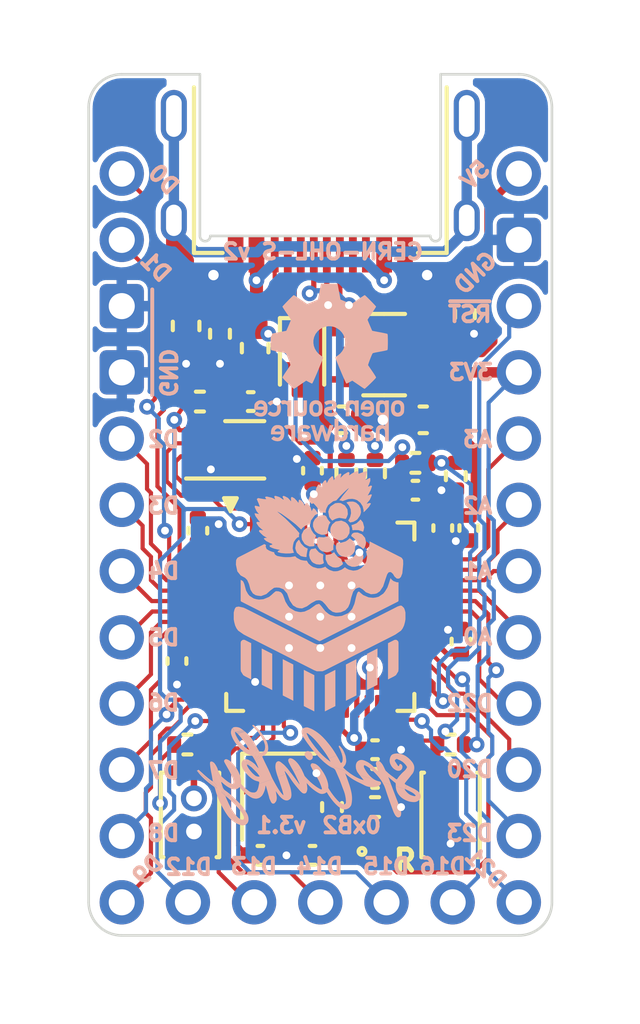
<source format=kicad_pcb>
(kicad_pcb (version 20221018) (generator pcbnew)
  (title_block (title "0xB2 - Splinky") (rev "2") (company "plut0nium"))
  (layers (0 "F.Cu" signal) (31 "B.Cu" signal) (34 "B.Paste" user) (35 "F.Paste" user) (36 "B.SilkS" user "B.Silkscreen") (37 "F.SilkS" user "F.Silkscreen") (38 "B.Mask" user) (39 "F.Mask" user) (44 "Edge.Cuts" user))
  (net 0 "")
  (net 1 "+5V")
  (net 2 "GND")
  (net 3 "+3V3")
  (net 4 "Net-(C3-Pad1)")
  (net 5 "Net-(C4-Pad1)")
  (net 6 "+1V1")
  (net 7 "Net-(D1-Pad1)")
  (net 8 "/LED")
  (net 9 "Net-(D2-Pad2)")
  (net 10 "VBUS")
  (net 11 "Net-(FB1-Pad2)")
  (net 13 "Net-(J1-PadA5)")
  (net 14 "/D-")
  (net 15 "/D+")
  (net 17 "Net-(J1-PadB5)")
  (net 18 "/D0")
  (net 19 "/D1")
  (net 20 "/D2")
  (net 21 "/D3")
  (net 22 "/D4")
  (net 23 "/D5")
  (net 24 "/D6")
  (net 25 "/D7")
  (net 26 "/D8")
  (net 27 "/D9")
  (net 28 "/D15")
  (net 29 "/D16")
  (net 30 "/D12")
  (net 31 "/D13")
  (net 32 "/D14")
  (net 33 "/MOSI")
  (net 34 "/MISO")
  (net 35 "/SCLK")
  (net 36 "/A0")
  (net 37 "/A1")
  (net 38 "/A2")
  (net 39 "/A3")
  (net 40 "/~{RESET}")
  (net 41 "/QSPI_~{CS}")
  (net 42 "Net-(R6-Pad2)")
  (net 43 "Net-(R7-Pad2)")
  (net 44 "Net-(R8-Pad2)")
  (net 47 "Net-(J5-Pad2)")
  (net 49 "/VBUS_DET")
  (net 50 "/QSPI_D3")
  (net 51 "/QSPI_SCLK")
  (net 52 "/QSPI_D0")
  (net 53 "/QSPI_D2")
  (net 54 "/QSPI_D1")
  (net 57 "/D21")
  (footprint "Capacitor_SMD:C_0402_1005Metric" (layer "F.Cu") (at 154.5 103.2)
    (fp_text reference "C14" hide)
    (fp_text value "100n")
  )
  (footprint "Capacitor_SMD:C_0402_1005Metric" (layer "F.Cu") (at 146.9 98.7 -90)
    (fp_text reference "C9" hide)
    (fp_text value "100n")
  )
  (footprint "Resistor_SMD:R_0402_1005Metric" (layer "F.Cu") (at 156.05 91.1 180)
    (fp_text reference "R10" hide)
    (fp_text value "5.1k")
  )
  (footprint "Capacitor_SMD:C_0402_1005Metric" (layer "F.Cu") (at 158.1 93.6 -90)
    (fp_text reference "C5" hide)
    (fp_text value "1µ")
  )
  (footprint "Diode_SMD:D_SOD-323" (layer "F.Cu") (at 151.7 87.05 -90)
    (fp_text reference "D2" hide)
    (fp_text value "B5817")
  )
  (footprint "Resistor_SMD:R_0402_1005Metric" (layer "F.Cu") (at 152.85 104.3 90)
    (fp_text reference "R8" hide)
    (fp_text value "1k")
  )
  (footprint "Package_TO_SOT_SMD:SOT-23-5" (layer "F.Cu") (at 154.85 86.95)
    (fp_text reference "U3" hide)
    (fp_text value "XC6210B332MR-G")
  )
  (footprint "Capacitor_SMD:C_0402_1005Metric" (layer "F.Cu") (at 147.7 93.7 90)
    (fp_text reference "C12" hide)
    (fp_text value "100n")
  )
  (footprint "Resistor_SMD:R_0402_1005Metric" (layer "F.Cu") (at 153.4 91.5 -90)
    (fp_text reference "R6" hide)
    (fp_text value "27")
  )
  (footprint "Fuse:Fuse_0603_1608Metric" (layer "F.Cu") (at 149.9 86.7 -90)
    (fp_text reference "F1" hide)
    (fp_text value "Polyfuse")
  )
  (footprint "0xLib_Connectors:PinHeader_1x05_P2.54mm" (layer "F.Cu") (at 147.32 107.95 90)
    (fp_text reference "J3" hide)
    (fp_text value "Conn_01x05")
  )
  (footprint "Capacitor_SMD:C_0402_1005Metric" (layer "F.Cu") (at 157.8 97.95 90)
    (fp_text reference "C13" hide)
    (fp_text value "100n")
  )
  (footprint "Resistor_SMD:R_0402_1005Metric" (layer "F.Cu") (at 148.55 86.15 -90)
    (fp_text reference "R5" hide)
    (fp_text value "5.1k")
  )
  (footprint "Button_Switch_SMD:SW_SPST_CK_KXT3" (layer "F.Cu") (at 147.4 104.6 90)
    (fp_text reference "SW2" hide)
    (fp_text value "SW_Push")
  )
  (footprint "Capacitor_SMD:C_0402_1005Metric" (layer "F.Cu") (at 154.5 102.1)
    (fp_text reference "C8" hide)
    (fp_text value "100n")
  )
  (footprint "0xLib_Connectors:PinHeader_1x12_P2.54mm" (layer "F.Cu") (at 144.78 80.01)
    (fp_text reference "J2" hide)
    (fp_text value "Conn_01x12")
  )
  (footprint "0xLib_Package_DFN_QFN:USON-8-1EP_3x2mm_P0.5mm_EP0.25x1.65mm" (layer "F.Cu") (at 148.75 90.6)
    (fp_text reference "U2" hide)
    (fp_text value "GD25Q80CEIGR")
  )
  (footprint "Resistor_SMD:R_0402_1005Metric" (layer "F.Cu") (at 157.95 85.4 -90)
    (fp_text reference "R4" hide)
    (fp_text value "5.1k")
  )
  (footprint "0xLib_Connectors:PinHeader_1x12_P2.54mm" (layer "F.Cu") (at 160.02 107.95 180)
    (fp_text reference "J4" hide)
    (fp_text value "Conn_01x12")
  )
  (footprint "0xLib_USB_Type-C:USB_C_Receptacle_HRO_TYPE-C-31-M-13B" (layer "F.Cu") (at 152.4 75.7 180)
    (fp_text reference "J1" hide)
    (fp_text value "USB_C_Receptacle_USB2.0")
  )
  (footprint "Resistor_SMD:R_0402_1005Metric" (layer "F.Cu") (at 157.4 101.9)
    (fp_text reference "R2" hide)
    (fp_text value "10k")
  )
  (footprint "Connector_PinHeader_1.27mm:PinHeader_1x02_P1.27mm_Vertical" (layer "F.Cu") (at 147.55 105.235 180)
    (fp_text reference "J5" hide)
    (fp_text value "Conn_01x02" hide)
  )
  (footprint "Capacitor_SMD:C_0402_1005Metric" (layer "F.Cu") (at 157.1 93.6 -90)
    (fp_text reference "C11" hide)
    (fp_text value "100n")
  )
  (footprint "Resistor_SMD:R_0402_1005Metric" (layer "F.Cu") (at 157.6 91.61 90)
    (fp_text reference "R11" hide)
    (fp_text value "10k")
  )
  (footprint "Crystal:Crystal_SMD_2520-4Pin_2.5x2.0mm" (layer "F.Cu") (at 150.8 103.9 -90)
    (fp_text reference "Y1" hide)
    (fp_text value "Crystal_GND24")
  )
  (footprint "Capacitor_SMD:C_0402_1005Metric" (layer "F.Cu") (at 149.73 88.75)
    (fp_text reference "C10" hide)
    (fp_text value "100n")
  )
  (footprint "Capacitor_SMD:C_0402_1005Metric" (layer "F.Cu") (at 152.1 106.15 180)
    (fp_text reference "C4" hide)
    (fp_text value "15p")
  )
  (footprint "Resistor_SMD:R_0402_1005Metric" (layer "F.Cu") (at 154.5 91.5 -90)
    (fp_text reference "R7" hide)
    (fp_text value "27")
  )
  (footprint "Inductor_SMD:L_0603_1608Metric" (layer "F.Cu") (at 147.25 85.85 90)
    (fp_text reference "FB1" hide)
    (fp_text value "FerriteBead_Small")
  )
  (footprint "Resistor_SMD:R_0402_1005Metric" (layer "F.Cu") (at 154.5 104.3 180)
    (fp_text reference "R1" hide)
    (fp_text value "1k")
  )
  (footprint "LED_SMD:LED_0402_1005Metric" (layer "F.Cu") (at 154.5 105.4)
    (fp_text reference "D1" hide)
    (fp_text value "LED")
  )
  (footprint "Capacitor_SMD:C_0402_1005Metric" (layer "F.Cu") (at 156.05 92.15)
    (fp_text reference "C6" hide)
    (fp_text value "1µ")
  )
  (footprint "Capacitor_SMD:C_0603_1608Metric" (layer "F.Cu") (at 156.35 89.45 180)
    (fp_text reference "C2" hide)
    (fp_text value "1µ")
  )
  (footprint "Button_Switch_SMD:SW_SPST_CK_KXT3" (layer "F.Cu") (at 157.4 104.6 90)
    (fp_text reference "SW1" hide)
    (fp_text value "SW_Push")
  )
  (footprint "Capacitor_SMD:C_0402_1005Metric" (layer "F.Cu") (at 152.1 91.4 90)
    (fp_text reference "C7" hide)
    (fp_text value "100n")
  )
  (footprint "Resistor_SMD:R_0402_1005Metric" (layer "F.Cu") (at 147.3 101.9 180)
    (fp_text reference "R3" hide)
    (fp_text value "1k")
  )
  (footprint "Resistor_SMD:R_0402_1005Metric" (layer "F.Cu") (at 147.78 88.75)
    (fp_text reference "R9" hide)
    (fp_text value "10k")
  )
  (footprint "Capacitor_SMD:C_0603_1608Metric" (layer "F.Cu") (at 153.25 89.45)
    (fp_text reference "C1" hide)
    (fp_text value "1µ")
  )
  (footprint "Capacitor_SMD:C_0402_1005Metric" (layer "F.Cu") (at 150.1 106.15)
    (fp_text reference "C3" hide)
    (fp_text value "15p")
  )
  (footprint "0xLib_Package_DFN_QFN:QFN-56-1EP_7x7mm_P0.4mm_EP3.2x3.2mm" (layer "F.Cu") (at 152.4 97)
    (fp_text reference "U1" hide)
    (fp_text value "RP2040")
  )
  (footprint "0xB2_drawings:splinky" (layer "B.Cu") (at 156.35 101.15 180)
    (fp_text reference "splinky" hide)
    (fp_text value "G*****" hide)
  )
  (footprint "Symbol:OSHW-Logo_5.7x6mm_SilkScreen" (layer "B.Cu") (at 152.75 87.25 180)
    (fp_text reference "REF**" hide)
    (fp_text value "OSHW-Logo_5.7x6mm_SilkScreen" hide)
  )
  (footprint "0xB2_drawings:rb_cake" (layer "B.Cu") (at 155.872855 91.218505 180)
    (fp_text reference "rb_cake" hide)
    (fp_text value "G*****" hide)
  )
  (gr_line (start 145.95 84.45) (end 145.95 88.5) (stroke (width 0.15)) (layer "B.SilkS"))
  (gr_poly (pts (xy 148.95 92.95) (xy 148.7 92.45) (xy 149.2 92.45)) (stroke (width 0.15)) (fill solid) (layer "F.SilkS"))
  (gr_line (start 143.51 107.95) (end 143.51 77.47) (stroke (width 0.1)) (layer "Edge.Cuts"))
  (gr_line (start 157.02 82.4) (end 157.02 76.2) (stroke (width 0.1)) (layer "Edge.Cuts"))
  (gr_arc (start 161.29 107.95) (mid 160.918026 108.848026) (end 160.02 109.22) (stroke (width 0.1)) (layer "Edge.Cuts"))
  (gr_line (start 147.78 76.2) (end 147.78 82.4) (stroke (width 0.1)) (layer "Edge.Cuts"))
  (gr_arc (start 144.78 109.22) (mid 143.881974 108.848026) (end 143.51 107.95) (stroke (width 0.1)) (layer "Edge.Cuts"))
  (gr_line (start 156.62 82.4) (end 148.18 82.4) (stroke (width 0.1)) (layer "Edge.Cuts"))
  (gr_arc (start 148.18 82.4) (mid 147.98 82.6) (end 147.78 82.4) (stroke (width 0.1)) (layer "Edge.Cuts"))
  (gr_line (start 161.29 77.47) (end 161.29 107.95) (stroke (width 0.1)) (layer "Edge.Cuts"))
  (gr_line (start 160.02 109.22) (end 144.78 109.22) (stroke (width 0.1)) (layer "Edge.Cuts"))
  (gr_line (start 144.78 76.2) (end 147.78 76.2) (stroke (width 0.1)) (layer "Edge.Cuts"))
  (gr_line (start 157.02 76.2) (end 160.02 76.2) (stroke (width 0.1)) (layer "Edge.Cuts"))
  (gr_arc (start 160.02 76.2) (mid 160.918026 76.571974) (end 161.29 77.47) (stroke (width 0.1)) (layer "Edge.Cuts"))
  (gr_arc (start 143.51 77.47) (mid 143.881974 76.571974) (end 144.78 76.2) (stroke (width 0.1)) (layer "Edge.Cuts"))
  (gr_arc (start 157.02 82.4) (mid 156.82 82.6) (end 156.62 82.4) (stroke (width 0.1)) (layer "Edge.Cuts"))
  (gr_text "v3.1" (at 150.9 105) (layer "B.SilkS") (effects (font (size 0.6 0.6)) (justify mirror)))
  (gr_text "0xB2" (at 153.6 105) (layer "B.SilkS") (effects (font (size 0.6 0.6)) (justify mirror)))
  (gr_text "CERN-OHL-S v2" (at 152.5 83) (layer "B.SilkS") (effects (font (size 0.6 0.6)) (justify mirror)))
  (segment (start 158.75 83.6) (end 158.77452 83.57548) (width 0.3) (layer "F.Cu") (net 1))
  (segment (start 158.75 85.587076) (end 158.999511 85.9) (width 0.4) (layer "F.Cu") (net 1))
  (segment (start 151.9 86) (end 151.7 85.8) (width 0.5) (layer "F.Cu") (net 1))
  (segment (start 158.589748 86.849511) (end 157.699511 86.849511) (width 0.4) (layer "F.Cu") (net 1))
  (segment (start 158.81952 81.21048) (end 160.02 80.01) (width 0.3) (layer "F.Cu") (net 1))
  (segment (start 152.5 86) (end 151.9 86) (width 0.5) (layer "F.Cu") (net 1))
  (segment (start 153.7125 87.9) (end 152.55 87.9) (width 0.25) (layer "F.Cu") (net 1))
  (segment (start 158.75 83.6) (end 158.75 85.587076) (width 0.4) (layer "F.Cu") (net 1))
  (segment (start 155.25 85.25) (end 154.5 86) (width 0.4) (layer "F.Cu") (net 1))
  (segment (start 158.999511 85.9) (end 158.999511 86.439748) (width 0.4) (layer "F.Cu") (net 1))
  (segment (start 157.1 85.6) (end 156.75 85.25) (width 0.4) (layer "F.Cu") (net 1))
  (segment (start 154.5 86) (end 153.7125 86) (width 0.4) (layer "F.Cu") (net 1))
  (segment (start 157.1 86.25) (end 157.1 85.6) (width 0.4) (layer "F.Cu") (net 1))
  (segment (start 158.77452 83.57548) (end 158.81952 83.53048) (width 0.2) (layer "F.Cu") (net 1))
  (segment (start 152.55 86) (end 152.55 87.9) (width 0.5) (layer "F.Cu") (net 1))
  (segment (start 153.7125 86) (end 152.5 86) (width 0.5) (layer "F.Cu") (net 1))
  (segment (start 156.75 85.25) (end 155.25 85.25) (width 0.4) (layer "F.Cu") (net 1))
  (segment (start 152.55 89.025) (end 152.475 89.45) (width 0.5) (layer "F.Cu") (net 1))
  (segment (start 157.699511 86.849511) (end 157.1 86.25) (width 0.4) (layer "F.Cu") (net 1))
  (segment (start 158.81952 83.53048) (end 158.81952 81.21048) (width 0.25) (layer "F.Cu") (net 1))
  (segment (start 152.55 87.9) (end 152.55 89.025) (width 0.5) (layer "F.Cu") (net 1))
  (segment (start 158.999511 86.439748) (end 158.589748 86.849511) (width 0.4) (layer "F.Cu") (net 1))
  (segment (start 154.9 89.3) (end 154.9 87.2) (width 0.4) (layer "F.Cu") (net 2))
  (segment (start 155.5 102.1) (end 154.98 102.1) (width 0.4) (layer "F.Cu") (net 2))
  (segment (start 147.2725 86.66) (end 147.25 86.6375) (width 0.4) (layer "F.Cu") (net 2))
  (segment (start 147.25 86.6375) (end 147.25 87.3) (width 0.4) (layer "F.Cu") (net 2))
  (segment (start 151.5 90.95) (end 152.07 91) (width 0.25) (layer "F.Cu") (net 2))
  (segment (start 147.72 93.22) (end 147.7 93.22) (width 0.25) (layer "F.Cu") (net 2))
  (segment (start 148.8 83.9) (end 149.15 83.55) (width 0.4) (layer "F.Cu") (net 2))
  (segment (start 150.58 106.15) (end 150.58 106.105) (width 0.25) (layer "F.Cu") (net 2))
  (segment (start 152.07 91) (end 152.1 90.97) (width 0.25) (layer "F.Cu") (net 2))
  (segment (start 154.65 86.95) (end 153.7125 86.95) (width 0.4) (layer "F.Cu") (net 2))
  (segment (start 150.25 104.925) (end 150.1 104.775) (width 0.25) (layer "F.Cu") (net 2))
  (segment (start 152.25 103) (end 151.525 103) (width 0.4) (layer "F.Cu") (net 2))
  (segment (start 148.5 93.45) (end 148 93.45) (width 0.25) (layer "F.Cu") (net 2))
  (segment (start 151.194775 99.70048) (end 151.4 99.905705) (width 0.2) (layer "F.Cu") (net 2))
  (segment (start 157.08 92.12) (end 157.05 92.15) (width 0.16) (layer "F.Cu") (net 2))
  (segment (start 151.525 103) (end 151.5 103.025) (width 0.4) (layer "F.Cu") (net 2))
  (segment (start 148.55 86.66) (end 148.55 87.3) (width 0.4) (layer "F.Cu") (net 2))
  (segment (start 155.5 104.3) (end 155.01 104.3) (width 0.25) (layer "F.Cu") (net 2))
  (segment (start 154.9 87.2) (end 154.65 86.95) (width 0.4) (layer "F.Cu") (net 2))
  (segment (start 147.55 106.075) (end 147.4 106.225) (width 0.4) (layer "F.Cu") (net 2))
  (segment (start 157.6 92.12) (end 157.08 92.12) (width 0.16) (layer "F.Cu") (net 2))
  (segment (start 156.5 83.9) (end 156 83.9) (width 0.4) (layer "F.Cu") (net 2))
  (segment (start 151.5 103.025) (end 150.1 104.775) (width 0.4) (layer "F.Cu") (net 2))
  (segment (start 147.45 91.35) (end 148.75 91.35) (width 0.25) (layer "F.Cu") (net 2))
  (segment (start 151.1 106.15) (end 151.62 106.15) (width 0.4) (layer "F.Cu") (net 2))
  (segment (start 150.58 106.105) (end 150.25 105.775) (width 0.25) (layer "F.Cu") (net 2))
  (segment (start 157.4 105.7) (end 157.4 106.225) (width 0.4) (layer "F.Cu") (net 2))
  (segment (start 157.62 94.08) (end 157.6 94.1) (width 0.25) (layer "F.Cu") (net 2))
  (segment (start 148.3 83.9) (end 148.8 83.9) (width 0.4) (layer "F.Cu") (net 2))
  (segment (start 154.98 103.2) (end 154.98 104.27) (width 0.25) (layer "F.Cu") (net 2))
  (segment (start 148 93.45) (end 147.72 93.22) (width 0.25) (layer "F.Cu") (net 2))
  (segment (start 150.25 105.775) (end 150.25 104.925) (width 0.25) (layer "F.Cu") (net 2))
  (segment (start 155.65 83.55) (end 155.65 83.1) (width 0.4) (layer "F.Cu") (net 2))
  (segment (start 154.025 89.45) (end 154.8 89.45) (width 0.6) (layer "F.Cu") (net 2))
  (segment (start 150.21 88.75) (end 150.73 88.75) (width 0.25) (layer "F.Cu") (net 2))
  (segment (start 149.15 83.55) (end 149.15 83.1) (width 0.4) (layer "F.Cu") (net 2))
  (segment (start 151.1 106.15) (end 150.58 106.15) (width 0.4) (layer "F.Cu") (net 2))
  (segment (start 154.98 102.1) (end 154.98 103.2) (width 0.25) (layer "F.Cu") (net 2))
  (segment (start 150.58 106.15) (end 151.62 106.15) (width 0.4) (layer "F.Cu") (net 2))
  (segment (start 158.1 94.08) (end 157.62 94.08) (width 0.25) (layer "F.Cu") (net 2))
  (segment (start 146.9 99.28) (end 146.9 99.75) (width 0.25) (layer "F.Cu") (net 2))
  (segment (start 156 83.9) (end 155.65 83.55) (width 0.4) (layer "F.Cu") (net 2))
  (segment (start 157.1 94.08) (end 157.58 94.08) (width 0.25) (layer "F.Cu") (net 2))
  (segment (start 157.58 94.08) (end 157.6 94.1) (width 0.25) (layer "F.Cu") (net 2))
  (segment (start 154.8 89.45) (end 155.5 89.45) (width 0.6) (layer "F.Cu") (net 2))
  (segment (start 147.55 105.235) (end 147.55 106.075) (width 0.4) (layer "F.Cu") (net 2))
  (segment (start 151.4 99.905705) (end 151.4 100.4375) (width 0.2) (layer "F.Cu") (net 2))
  (segment (start 150.10048 99.70048) (end 151.194775 99.70048) (width 0.2) (layer "F.Cu") (net 2))
  (segment (start 154.8 89.45) (end 154.9 89.3) (width 0.4) (layer "F.Cu") (net 2))
  (segment (start 149.9 99.5) (end 150.10048 99.70048) (width 0.2) (layer "F.Cu") (net 2))
  (segment (start 148.75 91.35) (end 148.75 90.6) (width 0.25) (layer "F.Cu") (net 2))
  (segment (start 148.6 86.66) (end 147.2725 86.66) (width 0.4) (layer "F.Cu") (net 2))
  (via (at 148.3 83.9) (size 0.8) (drill 0.4) (layers "F.Cu" "B.Cu") (net 2))
  (via (at 155.5 104.3) (size 0.6) (drill 0.3) (layers "F.Cu" "B.Cu") (net 2))
  (via (at 157.3 97.5) (size 0.6) (drill 0.3) (layers "F.Cu" "B.Cu") (net 2))
  (via (at 157.6 94.1) (size 0.6) (drill 0.3) (layers "F.Cu" "B.Cu") (net 2))
  (via (at 156.5 83.9) (size 0.8) (drill 0.4) (layers "F.Cu" "B.Cu") (net 2))
  (via (at 152.4 95.8) (size 0.6) (drill 0.3) (layers "F.Cu" "B.Cu") (net 2))
  (via (at 151.1 106.15) (size 0.6) (drill 0.3) (layers "F.Cu" "B.Cu") (net 2))
  (via (at 153.6 98.2) (size 0.6) (drill 0.3) (layers "F.Cu" "B.Cu") (net 2))
  (via (at 152.25 103) (size 0.6) (drill 0.3) (layers "F.Cu" "B.Cu") (net 2))
  (via (at 148.2 91.35) (size 0.6) (drill 0.3) (layers "F.Cu" "B.Cu") (net 2))
  (via (at 152.4 98.2) (size 0.6) (drill 0.3) (layers "F.Cu" "B.Cu") (net 2))
  (via (at 155.5 102.1) (size 0.6) (drill 0.3) (layers "F.Cu" "B.Cu") (net 2))
  (via (at 153.6 95.8) (size 0.6) (drill 0.3) (layers "F.Cu" "B.Cu") (net 2))
  (via (at 158.3 86.15) (size 0.6) (drill 0.3) (layers "F.Cu" "B.Cu") (net 2))
  (via (at 150.73 88.75) (size 0.6) (drill 0.3) (layers "F.Cu" "B.Cu") (net 2))
  (via (at 151.2 97) (size 0.6) (drill 0.3) (layers "F.Cu" "B.Cu") (net 2))
  (via (at 148.55 87.3) (size 0.6) (drill 0.3) (layers "F.Cu" "B.Cu") (net 2))
  (via (at 154.8 89.45) (size 0.8) (drill 0.4) (layers "F.Cu" "B.Cu") (net 2))
  (via (at 151.2 98.2) (size 0.6) (drill 0.3) (layers "F.Cu" "B.Cu") (net 2))
  (via (at 151.2 95.8) (size 0.6) (drill 0.3) (layers "F.Cu" "B.Cu") (net 2))
  (via (at 147.25 87.3) (size 0.6) (drill 0.3) (layers "F.Cu" "B.Cu") (net 2))
  (via (at 148.5 93.45) (size 0.6) (drill 0.3) (layers "F.Cu" "B.Cu") (net 2))
  (via (at 149.9 99.5) (size 0.6) (drill 0.3) (layers "F.Cu" "B.Cu") (net 2))
  (via (at 153.6 97) (size 0.6) (drill 0.3) (layers "F.Cu" "B.Cu") (net 2))
  (via (at 152.4 97) (size 0.6) (drill 0.3) (layers "F.Cu" "B.Cu") (net 2))
  (via (at 157.4 105.7) (size 0.6) (drill 0.3) (layers "F.Cu" "B.Cu") (net 2))
  (via (at 146.9 99.6) (size 0.6) (drill 0.3) (layers "F.Cu" "B.Cu") (net 2))
  (via (at 151.5 90.95) (size 0.6) (drill 0.3) (layers "F.Cu" "B.Cu") (net 2))
  (via (at 157.05 92.15) (size 0.6) (drill 0.3) (layers "F.Cu" "B.Cu") (net 2))
  (segment (start 149.75 89.85) (end 149.25 89.35) (width 0.25) (layer "F.Cu") (net 3))
  (segment (start 153.35 102.53) (end 154.02 103.2) (width 0.2) (layer "F.Cu") (net 3))
  (segment (start 156.35 86.6) (end 157.38 87.63) (width 0.4) (layer "F.Cu") (net 3))
  (segment (start 156.15 93.12) (end 157.1 93.12) (width 0.4) (layer "F.Cu") (net 3))
  (segment (start 154.682503 92.982503) (end 154.982503 92.982503) (width 0.2) (layer "F.Cu") (net 3))
  (segment (start 155 93.5625) (end 155 93) (width 0.2) (layer "F.Cu") (net 3))
  (segment (start 155.8375 98) (end 155 98) (width 0.2) (layer "F.Cu") (net 3))
  (segment (start 152.6 93.5625) (end 152.6 92.75) (width 0.2) (layer "F.Cu") (net 3))
  (segment (start 156.15 93.12) (end 156.15 94.4) (width 0.2) (layer "F.Cu") (net 3))
  (segment (start 147.22 98) (end 146.9 98.32) (width 0.2) (layer "F.Cu") (net 3))
  (segment (start 157.25 89.55) (end 157.25 89.275) (width 0.4) (layer "F.Cu") (net 3))
  (segment (start 148.29 88.75) (end 149.25 88.75) (width 0.25) (layer "F.Cu") (net 3))
  (segment (start 155.67 93.12) (end 155.532503 92.982503) (width 0.2) (layer "F.Cu") (net 3))
  (segment (start 158.1 93.12) (end 158.37048 92.84952) (width 0.4) (layer "F.Cu") (net 3))
  (segment (start 157.125 89.45) (end 157.3 89.275) (width 0.4) (layer "F.Cu") (net 3))
  (segment (start 156.35 86.6) (end 156.35 86) (width 0.4) (layer "F.Cu") (net 3))
  (segment (start 157.3 87.63) (end 157.58 87.63) (width 0.4) (layer "F.Cu") (net 3))
  (segment (start 152.78048 90.58048) (end 152.78048 92.53048) (width 0.2) (layer "F.Cu") (net 3))
  (segment (start 149.25 89.35) (end 149.25 88.75) (width 0.25) (layer "F.Cu") (net 3))
  (segment (start 156.35 86) (end 155.9875 86) (width 0.4) (layer "F.Cu") (net 3))
  (segment (start 155 93.5625) (end 155 94.4) (width 0.2) (layer "F.Cu") (net 3))
  (segment (start 147.92 94.4) (end 147.7 94.18) (width 0.2) (layer "F.Cu") (net 3))
  (segment (start 150.15 89.85) (end 149.75 89.85) (width 0.25) (layer "F.Cu") (net 3))
  (segment (start 155 93) (end 154.982503 92.982503) (width 0.2) (layer "F.Cu") (net 3))
  (segment (start 157.38 87.63) (end 157.58 87.63) (width 0.4) (layer "F.Cu") (net 3))
  (segment (start 155 94.4) (end 155.8375 94.4) (width 0.2) (layer "F.Cu") (net 3))
  (segment (start 153 93.5625) (end 153 94.4) (width 0.2) (layer "F.Cu") (net 3))
  (segment (start 157.265 98.43) (end 157.8 98.43) (width 0.2) (layer "F.Cu") (net 3))
  (segment (start 154.6 93.5625) (end 154.6 94.4) (width 0.2) (layer "F.Cu") (net 3))
  (segment (start 152.78048 92.53048) (end 153 92.75) (width 0.2) (layer "F.Cu") (net 3))
  (segment (start 157.3 89.275) (end 157.3 87.63) (width 0.4) (layer "F.Cu") (net 3))
  (segment (start 156.835 98) (end 157.265 98.43) (width 0.2) (layer "F.Cu") (net 3))
  (segment (start 151.2 89.85) (end 150.05 89.85) (width 0.25) (layer "F.Cu") (net 3))
  (segment (start 155.8375 98) (end 156.835 98) (width 0.2) (layer "F.Cu") (net 3))
  (segment (start 156.15 93.12) (end 155.67 93.12) (width 0.2) (layer "F.Cu") (net 3))
  (segment (start 148.9625 98) (end 147.22 98) (width 0.2) (layer "F.Cu") (net 3))
  (segment (start 151.65 90.3) (end 151.2 89.85) (width 0.25) (layer "F.Cu") (net 3))
  (segment (start 157.91 101.9) (end 158.4 101.9) (width 0.25) (layer "F.Cu") (net 3))
  (segment (start 148.9625 98) (end 150 98) (width 0.2) (layer "F.Cu") (net 3))
  (segment (start 152.6 92.75) (end 152.8 92.55) (width 0.2) (layer "F.Cu") (net 3))
  (segment (start 148.9625 94.4) (end 149.8 94.4) (width 0.2) (layer "F.Cu") (net 3))
  (segment (start 152.6 101.473919) (end 153.35 102.223919) (width 0.2) (layer "F.Cu") (net 3))
  (segment (start 154.6 93.5625) (end 154.6 93.065006) (width 0.2) (layer "F.Cu") (net 3))
  (segment (start 152.6 100.4375) (end 152.6 101.473919) (width 0.2) (layer "F.Cu") (net 3))
  (segment (start 155.532503 92.982503) (end 154.982503 92.982503) (width 0.2) (layer "F.Cu") (net 3))
  (segment (start 152.5 90.3) (end 152.78048 90.58048) (width 0.2) (layer "F.Cu") (net 3))
  (segment (start 152.6 100.4375) (end 152.6 99.6) (width 0.2) (layer "F.Cu") (net 3))
  (segment (start 154.6 93.065006) (end 154.682503 92.982503) (width 0.2) (layer "F.Cu") (net 3))
  (segment (start 153.35 102.223919) (end 153.35 102.53) (width 0.2) (layer "F.Cu") (net 3))
  (segment (start 153 92.75) (end 153 93.5625) (width 0.2) (layer "F.Cu") (net 3))
  (segment (start 158.37048 90.67048) (end 157.25 89.55) (width 0.4) (layer "F.Cu") (net 3))
  (segment (start 148.9625 94.4) (end 147.92 94.4) (width 0.2) (layer "F.Cu") (net 3))
  (segment (start 151.65 90.3) (end 152.5 90.3) (width 0.2) (layer "F.Cu") (net 3))
  (segment (start 158.37048 92.84952) (end 158.37048 90.67048) (width 0.4) (layer "F.Cu") (net 3))
  (segment (start 158.1 93.12) (end 157.1 93.12) (width 0.4) (layer "F.Cu") (net 3))
  (segment (start 157.58 87.63) (end 160.02 87.63) (width 0.4) (layer "F.Cu") (net 3))
  (segment (start 152.6 93.5625) (end 152.6 94.4) (width 0.2) (layer "F.Cu") (net 3))
  (via (at 158.4 101.9) (size 0.6) (drill 0.3) (layers "F.Cu" "B.Cu") (net 3))
  (segment (start 159.05952 93.30952) (end 158.85952 93.10952) (width 0.16) (layer "B.Cu") (net 3))
  (segment (start 159.05952 97.09048) (end 159.05952 96.00952) (width 0.16) (layer "B.Cu") (net 3))
  (segment (start 158.439031 98.901192) (end 158.85 98.490223) (width 0.16) (layer "B.Cu") (net 3))
  (segment (start 158.85952 93.10952) (end 158.85952 88.79048) (width 0.16) (layer "B.Cu") (net 3))
  (segment (start 158.85952 88.79048) (end 160.02 87.63) (width 0.16) (layer "B.Cu") (net 3))
  (segment (start 158.85952 95.80952) (end 158.85952 94.84048) (width 0.16) (layer "B.Cu") (net 3))
  (segment (start 158.85 97.3) (end 159.05952 97.09048) (width 0.16) (layer "B.Cu") (net 3))
  (segment (start 158.4 101.9) (end 158.439031 101.810969) (width 0.16) (layer "B.Cu") (net 3))
  (segment (start 158.439031 101.810969) (end 158.439031 98.901192) (width 0.16) (layer "B.Cu") (net 3))
  (segment (start 159.05952 94.64048) (end 159.05952 93.30952) (width 0.16) (layer "B.Cu") (net 3))
  (segment (start 158.85952 94.84048) (end 159.05952 94.64048) (width 0.16) (layer "B.Cu") (net 3))
  (segment (start 158.85 98.490223) (end 158.85 97.3) (width 0.16) (layer "B.Cu") (net 3))
  (segment (start 159.05952 96.00952) (end 158.85952 95.80952) (width 0.16) (layer "B.Cu") (net 3))
  (segment (start 150.95 102.1) (end 151.6 102.1) (width 0.16) (layer "F.Cu") (net 4))
  (segment (start 151.8 101.9) (end 151.8 100.4375) (width 0.16) (layer "F.Cu") (net 4))
  (segment (start 150.1 103.025) (end 150.1 102.95) (width 0.16) (layer "F.Cu") (net 4))
  (segment (start 150.1 103.025) (end 150.1 103.1) (width 0.16) (layer "F.Cu") (net 4))
  (segment (start 151.6 102.1) (end 151.8 101.9) (width 0.16) (layer "F.Cu") (net 4))
  (segment (start 150.1 102.95) (end 150.95 102.1) (width 0.16) (layer "F.Cu") (net 4))
  (segment (start 149.25 103.95) (end 149.25 105.78) (width 0.16) (layer "F.Cu") (net 4))
  (segment (start 150.1 103.1) (end 149.25 103.95) (width 0.16) (layer "F.Cu") (net 4))
  (segment (start 149.25 105.78) (end 149.62 106.15) (width 0.16) (layer "F.Cu") (net 4))
  (segment (start 151.5 104.775) (end 152.58 106.15) (width 0.25) (layer "F.Cu") (net 5))
  (segment (start 152.9 104.81) (end 151.535 104.81) (width 0.2) (layer "F.Cu") (net 5))
  (segment (start 155.57 92.19) (end 155.57 92.15) (width 0.2) (layer "F.Cu") (net 6))
  (segment (start 153.55 101.65) (end 153 101.1) (width 0.2) (layer "F.Cu") (net 6))
  (segment (start 154.02 101.97) (end 154.02 102.1) (width 0.2) (layer "F.Cu") (net 6))
  (segment (start 154.35952 95) (end 154.35952 98.664564) (width 0.32) (layer "F.Cu") (net 6))
  (segment (start 154.2 94.24048) (end 153.9 94.54048) (width 0.2) (layer "F.Cu") (net 6))
  (segment (start 153.7 101.65) (end 154.02 101.97) (width 0.2) (layer "F.Cu") (net 6))
  (segment (start 155.18048 92.57952) (end 155.57 92.19) (width 0.2) (layer "F.Cu") (net 6))
  (segment (start 154.35952 98.89048) (end 154.35952 98.664564) (width 0.32) (layer "F.Cu") (net 6))
  (segment (start 154.2 93.5625) (end 154.2 94.24048) (width 0.2) (layer "F.Cu") (net 6))
  (segment (start 152.2 93.5625) (end 152.2 92.03) (width 0.2) (layer "F.Cu") (net 6))
  (segment (start 154.52048 92.57952) (end 155.18048 92.57952) (width 0.2) (layer "F.Cu") (net 6))
  (segment (start 153.7 101.65) (end 153.55 101.65) (width 0.2) (layer "F.Cu") (net 6))
  (segment (start 153 101.1) (end 153 100.4375) (width 0.2) (layer "F.Cu") (net 6))
  (segment (start 152.2 92.03) (end 152.1 91.93) (width 0.2) (layer "F.Cu") (net 6))
  (segment (start 154.3 98.95) (end 154.35952 98.89048) (width 0.32) (layer "F.Cu") (net 6))
  (segment (start 153.9 94.54048) (end 154.35952 95) (width 0.32) (layer "F.Cu") (net 6))
  (segment (start 154.2 93.5625) (end 154.2 92.9) (width 0.2) (layer "F.Cu") (net 6))
  (segment (start 154.2 92.9) (end 154.52048 92.57952) (width 0.2) (layer "F.Cu") (net 6))
  (via (at 153.9 94.54048) (size 0.6) (drill 0.3) (layers "F.Cu" "B.Cu") (net 6))
  (via (at 153.7 101.65) (size 0.6) (drill 0.3) (layers "F.Cu" "B.Cu") (net 6))
  (via (at 154.3 98.95) (size 0.6) (drill 0.3) (layers "F.Cu" "B.Cu") (net 6))
  (via (at 152.15 92.3) (size 0.6) (drill 0.3) (layers "F.Cu" "B.Cu") (net 6))
  (segment (start 153.7 101.65) (end 153.7 100.75) (width 0.32) (layer "B.Cu") (net 6))
  (segment (start 154.3 100.15) (end 154.3 98.95) (width 0.32) (layer "B.Cu") (net 6))
  (segment (start 153.04048 94.54048) (end 152.15 93.65) (width 0.3) (layer "B.Cu") (net 6))
  (segment (start 153.9 94.54048) (end 153.04048 94.54048) (width 0.3) (layer "B.Cu") (net 6))
  (segment (start 152.15 93.65) (end 152.15 92.3) (width 0.3) (layer "B.Cu") (net 6))
  (segment (start 153.7 100.75) (end 154.3 100.15) (width 0.32) (layer "B.Cu") (net 6))
  (segment (start 153.99 104.3) (end 153.99 105.375) (width 0.2) (layer "F.Cu") (net 7))
  (segment (start 159 102.25) (end 158.85 102.4) (width 0.16) (layer "F.Cu") (net 8))
  (segment (start 155.05 106.5) (end 155.05 105.465) (width 0.16) (layer "F.Cu") (net 8))
  (segment (start 158.3 106.8) (end 155.35 106.8) (width 0.16) (layer "F.Cu") (net 8))
  (segment (start 155 100.25) (end 156.35 100.25) (width 0.16) (layer "F.Cu") (net 8))
  (segment (start 155 100.4375) (end 155 100.25) (width 0.16) (layer "F.Cu") (net 8))
  (segment (start 156.35 100.25) (end 156.874242 100.774242) (width 0.16) (layer "F.Cu") (net 8))
  (segment (start 155.35 106.8) (end 155.05 106.5) (width 0.16) (layer "F.Cu") (net 8))
  (segment (start 156.874242 100.774242) (end 158.149242 100.774242) (width 0.16) (layer "F.Cu") (net 8))
  (segment (start 158.149242 100.774242) (end 159 101.625) (width 0.16) (layer "F.Cu") (net 8))
  (segment (start 155.05 105.465) (end 154.985 105.4) (width 0.16) (layer "F.Cu") (net 8))
  (segment (start 158.85 106.25) (end 158.3 106.8) (width 0.16) (layer "F.Cu") (net 8))
  (segment (start 159 101.625) (end 159 102.25) (width 0.16) (layer "F.Cu") (net 8))
  (segment (start 158.85 102.4) (end 158.85 106.25) (width 0.16) (layer "F.Cu") (net 8))
  (segment (start 151.7 87.9) (end 151.2875 87.4875) (width 0.5) (layer "F.Cu") (net 9))
  (segment (start 151.2875 87.4875) (end 149.9 87.4875) (width 0.5) (layer "F.Cu") (net 9))
  (segment (start 149.95 84.95) (end 149.95 85.8625) (width 0.5) (layer "F.Cu") (net 10))
  (segment (start 149.95 83.671) (end 149.95 84.95) (width 0.5) (layer "F.Cu") (net 10))
  (segment (start 154.85 83.1) (end 154.85 84.1) (width 0.4) (layer "F.Cu") (net 10))
  (segment (start 149.95 84.1) (end 149.95 83.671) (width 0.4) (layer "F.Cu") (net 10))
  (segment (start 149.95 85.8625) (end 150.4 86.15) (width 0.4) (layer "F.Cu") (net 10))
  (segment (start 155.54 90.64) (end 155.54 91.1) (width 0.16) (layer "F.Cu") (net 10))
  (segment (start 155.55 90.5) (end 155.54 90.64) (width 0.16) (layer "F.Cu") (net 10))
  (via (at 155.55 90.5) (size 0.6) (drill 0.3) (layers "F.Cu" "B.Cu") (net 10))
  (via (at 149.95 84.1) (size 0.6) (drill 0.3) (layers "F.Cu" "B.Cu") (net 10))
  (via (at 150.4 86.15) (size 0.6) (drill 0.3) (layers "F.Cu" "B.Cu") (net 10))
  (via (at 154.85 84.1) (size 0.6) (drill 0.3) (layers "F.Cu" "B.Cu") (net 10))
  (segment (start 151.45 90) (end 151.45 87.2) (width 0.16) (layer "B.Cu") (net 10))
  (segment (start 150.65048 83.39952) (end 154.14952 83.39952) (width 0.4) (layer "B.Cu") (net 10))
  (segment (start 149.95 84.1) (end 150.65048 83.39952) (width 0.4) (layer "B.Cu") (net 10))
  (segment (start 154.14952 83.39952) (end 154.85 84.1) (width 0.4) (layer "B.Cu") (net 10))
  (segment (start 155.55 90.5) (end 155.020489 91.029511) (width 0.16) (layer "B.Cu") (net 10))
  (segment (start 155.020489 91.029511) (end 152.479511 91.029511) (width 0.16) (layer "B.Cu") (net 10))
  (segment (start 152.479511 91.029511) (end 151.45 90) (width 0.16) (layer "B.Cu") (net 10))
  (segment (start 151.45 87.2) (end 150.4 86.15) (width 0.16) (layer "B.Cu") (net 10))
  (segment (start 147.25 83.35) (end 146.78 82.88) (width 0.6) (layer "F.Cu") (net 11))
  (segment (start 146.78 82.88) (end 146.78 81.8) (width 0.6) (layer "F.Cu") (net 11))
  (segment (start 147.25 85.0625) (end 147.25 83.35) (width 0.6) (layer "F.Cu") (net 11))
  (segment (start 154.8 83) (end 157.191 83) (width 0.4) (layer "B.Cu") (net 11))
  (segment (start 146.78 77.8) (end 146.78 81.8) (width 0.4) (layer "B.Cu") (net 11))
  (segment (start 147.629521 83.020521) (end 149.979479 83.020521) (width 0.4) (layer "B.Cu") (net 11))
  (segment (start 158.02 82.171) (end 157.7955 82.3955) (width 0.2) (layer "B.Cu") (net 11))
  (segment (start 158.02 77.8) (end 158.02 81.8) (width 0.4) (layer "B.Cu") (net 11))
  (segment (start 146.78 81.8) (end 146.78 82.171) (width 0.4) (layer "B.Cu") (net 11))
  (segment (start 157.191 83) (end 157.7955 82.3955) (width 0.4) (layer "B.Cu") (net 11))
  (segment (start 149.979479 83.020521) (end 150.2 82.8) (width 0.4) (layer "B.Cu") (net 11))
  (segment (start 150.2 82.8) (end 154.6 82.8) (width 0.4) (layer "B.Cu") (net 11))
  (segment (start 154.6 82.8) (end 154.8 83) (width 0.4) (layer "B.Cu") (net 11))
  (segment (start 146.78 82.171) (end 147.629521 83.020521) (width 0.4) (layer "B.Cu") (net 11))
  (segment (start 158.02 81.8) (end 158.02 82.171) (width 0.2) (layer "B.Cu") (net 11))
  (segment (start 157.7955 82.3955) (end 157.975 82.216) (width 0.4) (layer "B.Cu") (net 11))
  (segment (start 157.07048 84.77048) (end 157.19 84.89) (width 0.16) (layer "F.Cu") (net 13))
  (segment (start 153.65 83.1) (end 153.65 84.15) (width 0.16) (layer "F.Cu") (net 13))
  (segment (start 153.65 84.15) (end 154.27048 84.77048) (width 0.16) (layer "F.Cu") (net 13))
  (segment (start 157.19 84.89) (end 157.95 84.89) (width 0.16) (layer "F.Cu") (net 13))
  (segment (start 154.27048 84.77048) (end 157.07048 84.77048) (width 0.16) (layer "F.Cu") (net 13))
  (segment (start 152.15 84.439056) (end 152.15 83.1) (width 0.2) (layer "F.Cu") (net 14))
  (segment (start 153.15 84.7) (end 153.15 83.1) (width 0.2) (layer "F.Cu") (net 14))
  (segment (start 151.988556 84.6005) (end 152.15 84.439056) (width 0.2) (layer "F.Cu") (net 14))
  (segment (start 153.5 85.05) (end 153.15 84.7) (width 0.2) (layer "F.Cu") (net 14))
  (via (at 153.5 85.05) (size 0.6) (drill 0.3) (layers "F.Cu" "B.Cu") (net 14))
  (via (at 154.5 90.45) (size 0.6) (drill 0.3) (layers "F.Cu" "B.Cu") (net 14))
  (via (at 151.988556 84.6005) (size 0.6) (drill 0.3) (layers "F.Cu" "B.Cu") (net 14))
  (segment (start 152.088567 84.500489) (end 152.950489 84.500489) (width 0.2) (layer "B.Cu") (net 14))
  (segment (start 153.5 85.097838) (end 153.15 85.447838) (width 0.3) (layer "B.Cu") (net 14))
  (segment (start 153.5 85.05) (end 153.5 85.097838) (width 0.3) (layer "B.Cu") (net 14))
  (segment (start 153.15 85.447838) (end 153.15 89.1) (width 0.3) (layer "B.Cu") (net 14))
  (segment (start 151.988556 84.6005) (end 152.088567 84.500489) (width 0.2) (layer "B.Cu") (net 14))
  (segment (start 153.15 89.1) (end 154.5 90.45) (width 0.3) (layer "B.Cu") (net 14))
  (segment (start 152.950489 84.500489) (end 153.5 85.05) (width 0.2) (layer "B.Cu") (net 14))
  (segment (start 152.7 85.05) (end 152.65 85) (width 0.2) (layer "F.Cu") (net 15))
  (segment (start 152.6 85.15) (end 151.7 85.15) (width 0.2) (layer "F.Cu") (net 15))
  (segment (start 151.4 84.85) (end 151.4 84.25) (width 0.2) (layer "F.Cu") (net 15))
  (segment (start 151.65 84) (end 151.65 83.1) (width 0.2) (layer "F.Cu") (net 15))
  (segment (start 152.65 85) (end 152.65 83.671) (width 0.2) (layer "F.Cu") (net 15))
  (segment (start 151.7 85.15) (end 151.4 84.85) (width 0.2) (layer "F.Cu") (net 15))
  (segment (start 152.7 85.05) (end 152.6 85.15) (width 0.2) (layer "F.Cu") (net 15))
  (segment (start 151.4 84.25) (end 151.65 84) (width 0.2) (layer "F.Cu") (net 15))
  (via (at 153.4 90.45) (size 0.6) (drill 0.3) (layers "F.Cu" "B.Cu") (net 15))
  (via (at 152.7 85.05) (size 0.6) (drill 0.3) (layers "F.Cu" "B.Cu") (net 15))
  (segment (start 153.4 90) (end 153.4 90.45) (width 0.3) (layer "B.Cu") (net 15))
  (segment (start 152.7 85.05) (end 152.7 89.3) (width 0.3) (layer "B.Cu") (net 15))
  (segment (start 152.7 89.3) (end 153.4 90) (width 0.3) (layer "B.Cu") (net 15))
  (segment (start 149.4 86.75) (end 150.75 86.75) (width 0.16) (layer "F.Cu") (net 17))
  (segment (start 150.979511 85.379511) (end 150.65 85.05) (width 0.16) (layer "F.Cu") (net 17))
  (segment (start 148.595 85.64) (end 149.14952 86.19452) (width 0.16) (layer "F.Cu") (net 17))
  (segment (start 150.979511 86.520489) (end 150.979511 85.379511) (width 0.16) (layer "F.Cu") (net 17))
  (segment (start 149.14952 86.49952) (end 149.4 86.75) (width 0.16) (layer "F.Cu") (net 17))
  (segment (start 149.14952 86.19452) (end 149.14952 86.49952) (width 0.16) (layer "F.Cu") (net 17))
  (segment (start 150.65 85.05) (end 150.65 83.1) (width 0.16) (layer "F.Cu") (net 17))
  (segment (start 148.55 85.64) (end 148.595 85.64) (width 0.16) (layer "F.Cu") (net 17))
  (segment (start 150.75 86.75) (end 150.979511 86.520489) (width 0.16) (layer "F.Cu") (net 17))
  (segment (start 146.4 83.6) (end 146.4 89.062985) (width 0.16) (layer "F.Cu") (net 18))
  (segment (start 144.78 80.01) (end 146 81.23) (width 0.16) (layer "F.Cu") (net 18))
  (segment (start 147 92.85) (end 147 94.6) (width 0.16) (layer "F.Cu") (net 18))
  (segment (start 146 81.23) (end 146 83.2) (width 0.16) (layer "F.Cu") (net 18))
  (segment (start 146.15 89.312985) (end 146.15 92) (width 0.16) (layer "F.Cu") (net 18))
  (segment (start 146.15 92) (end 147 92.85) (width 0.16) (layer "F.Cu") (net 18))
  (segment (start 146 83.2) (end 146.4 83.6) (width 0.16) (layer "F.Cu") (net 18))
  (segment (start 147 94.6) (end 147.2 94.8) (width 0.16) (layer "F.Cu") (net 18))
  (segment (start 147.2 94.8) (end 148.9625 94.8) (width 0.16) (layer "F.Cu") (net 18))
  (segment (start 146.4 89.062985) (end 146.15 89.312985) (width 0.16) (layer "F.Cu") (net 18))
  (segment (start 145.75 88.95) (end 146.05 88.65) (width 0.16) (layer "F.Cu") (net 19))
  (segment (start 146.05 83.95) (end 144.78 82.68) (width 0.16) (layer "F.Cu") (net 19))
  (segment (start 146.9 95.2) (end 146.6 94.9) (width 0.16) (layer "F.Cu") (net 19))
  (segment (start 144.78 82.68) (end 144.78 82.55) (width 0.16) (layer "F.Cu") (net 19))
  (segment (start 148.9625 95.2) (end 146.9 95.2) (width 0.16) (layer "F.Cu") (net 19))
  (segment (start 146.4 93.7) (end 146.4395 93.7) (width 0.16) (layer "F.Cu") (net 19))
  (segment (start 146.6 93.9) (end 146.4 93.7) (width 0.16) (layer "F.Cu") (net 19))
  (segment (start 146.6 94.9) (end 146.6 93.9) (width 0.16) (layer "F.Cu") (net 19))
  (segment (start 146.05 88.65) (end 146.05 83.95) (width 0.16) (layer "F.Cu") (net 19))
  (via (at 145.75 88.95) (size 0.6) (drill 0.3) (layers "F.Cu" "B.Cu") (net 19))
  (via (at 146.4395 93.7) (size 0.6) (drill 0.3) (layers "F.Cu" "B.Cu") (net 19))
  (segment (start 146.4 93.6605) (end 146.4395 93.7) (width 0.16) (layer "B.Cu") (net 19))
  (segment (start 145.75 88.95) (end 146.2 89.4) (width 0.16) (layer "B.Cu") (net 19))
  (segment (start 146.2 90.2) (end 146.4 90.4) (width 0.16) (layer "B.Cu") (net 19))
  (segment (start 146.2 89.4) (end 146.2 90.2) (width 0.16) (layer "B.Cu") (net 19))
  (segment (start 146.4 90.4) (end 146.4 93.6605) (width 0.16) (layer "B.Cu") (net 19))
  (segment (start 145.75 92.1) (end 145.75 91.14) (width 0.16) (layer "F.Cu") (net 20))
  (segment (start 146.5 95.6) (end 146.25 95.35) (width 0.16) (layer "F.Cu") (net 20))
  (segment (start 145.9 92.25) (end 145.75 92.1) (width 0.16) (layer "F.Cu") (net 20))
  (segment (start 146.25 94.55) (end 145.9 94.2) (width 0.16) (layer "F.Cu") (net 20))
  (segment (start 148.9625 95.6) (end 146.5 95.6) (width 0.16) (layer "F.Cu") (net 20))
  (segment (start 146.25 95.35) (end 146.25 94.55) (width 0.16) (layer "F.Cu") (net 20))
  (segment (start 145.75 91.14) (end 144.78 90.17) (width 0.16) (layer "F.Cu") (net 20))
  (segment (start 145.9 94.2) (end 145.9 92.25) (width 0.16) (layer "F.Cu") (net 20))
  (segment (start 145.58048 93.51048) (end 144.78 92.71) (width 0.16) (layer "F.Cu") (net 21))
  (segment (start 145.9 94.7) (end 145.58048 94.38048) (width 0.16) (layer "F.Cu") (net 21))
  (segment (start 145.58048 94.38048) (end 145.58048 93.51048) (width 0.16) (layer "F.Cu") (net 21))
  (segment (start 148.9625 96) (end 146.3 96) (width 0.16) (layer "F.Cu") (net 21))
  (segment (start 145.9 95.6) (end 145.9 94.7) (width 0.16) (layer "F.Cu") (net 21))
  (segment (start 146.3 96) (end 145.9 95.6) (width 0.16) (layer "F.Cu") (net 21))
  (segment (start 145.93 96.4) (end 144.78 95.25) (width 0.16) (layer "F.Cu") (net 22))
  (segment (start 148.9625 96.4) (end 145.93 96.4) (width 0.16) (layer "F.Cu") (net 22))
  (segment (start 144.96 97.79) (end 144.78 97.79) (width 0.16) (layer "F.Cu") (net 23))
  (segment (start 145.95 96.8) (end 144.96 97.79) (width 0.16) (layer "F.Cu") (net 23))
  (segment (start 148.9625 96.8) (end 145.95 96.8) (width 0.16) (layer "F.Cu") (net 23))
  (segment (start 148.9625 97.2) (end 146.3 97.2) (width 0.16) (layer "F.Cu") (net 24))
  (segment (start 145.9 99.21) (end 144.78 100.33) (width 0.16) (layer "F.Cu") (net 24))
  (segment (start 145.9 97.6) (end 145.9 99.21) (width 0.16) (layer "F.Cu") (net 24))
  (segment (start 146.3 97.2) (end 145.9 97.6) (width 0.16) (layer "F.Cu") (net 24))
  (segment (start 146.25 99.45) (end 145.9 99.8) (width 0.16) (layer "F.Cu") (net 25))
  (segment (start 146.25 97.85) (end 146.25 99.45) (width 0.16) (layer "F.Cu") (net 25))
  (segment (start 145.9 101.75) (end 144.78 102.87) (width 0.16) (layer "F.Cu") (net 25))
  (segment (start 148.9625 97.6) (end 146.5 97.6) (width 0.16) (layer "F.Cu") (net 25))
  (segment (start 146.5 97.6) (end 146.25 97.85) (width 0.16) (layer "F.Cu") (net 25))
  (segment (start 145.9 99.8) (end 145.9 101.75) (width 0.16) (layer "F.Cu") (net 25))
  (segment (start 147.85 98.4) (end 148.9625 98.4) (width 0.16) (layer "F.Cu") (net 26))
  (segment (start 146.5 100.75) (end 146.5 100.625) (width 0.16) (layer "F.Cu") (net 26))
  (segment (start 146.945489 100.179511) (end 147.140042 100.179511) (width 0.16) (layer "F.Cu") (net 26))
  (segment (start 147.55 98.7) (end 147.85 98.4) (width 0.16) (layer "F.Cu") (net 26))
  (segment (start 147.140042 100.179511) (end 147.55 99.769553) (width 0.16) (layer "F.Cu") (net 26))
  (segment (start 147.55 99.769553) (end 147.55 98.7) (width 0.16) (layer "F.Cu") (net 26))
  (segment (start 146.5 100.625) (end 146.945489 100.179511) (width 0.16) (layer "F.Cu") (net 26))
  (via (at 146.5 100.75) (size 0.6) (drill 0.3) (layers "F.Cu" "B.Cu") (net 26))
  (segment (start 145.9 103.4) (end 145.710489 103.589511) (width 0.16) (layer "B.Cu") (net 26))
  (segment (start 146.5 100.75) (end 145.9 101.35) (width 0.16) (layer "B.Cu") (net 26))
  (segment (start 145.9 101.35) (end 145.9 103.4) (width 0.16) (layer "B.Cu") (net 26))
  (segment (start 145.710489 104.479511) (end 144.78 105.41) (width 0.16) (layer "B.Cu") (net 26))
  (segment (start 145.710489 103.589511) (end 145.710489 104.479511) (width 0.16) (layer "B.Cu") (net 26))
  (segment (start 145.7 104.525) (end 145.9 104.725) (width 0.16) (layer "F.Cu") (net 27))
  (segment (start 145.9 103.55) (end 145.7 103.75) (width 0.16) (layer "F.Cu") (net 27))
  (segment (start 147.039511 100.973474) (end 146.723474 101.289511) (width 0.16) (layer "F.Cu") (net 27))
  (segment (start 146.723474 101.289511) (end 146.510489 101.289511) (width 0.16) (layer "F.Cu") (net 27))
  (segment (start 146.25 101.55) (end 146.25 101.95) (width 0.16) (layer "F.Cu") (net 27))
  (segment (start 145.9 104.725) (end 145.9 106.83) (width 0.16) (layer "F.Cu") (net 27))
  (segment (start 145.7 103.75) (end 145.7 104.525) (width 0.16) (layer "F.Cu") (net 27))
  (segment (start 146.25 101.95) (end 145.9 102.3) (width 0.16) (layer "F.Cu") (net 27))
  (segment (start 147.039511 100.760489) (end 147.039511 100.973474) (width 0.16) (layer "F.Cu") (net 27))
  (segment (start 147.9 99) (end 147.9 99.9) (width 0.16) (layer "F.Cu") (net 27))
  (segment (start 148.9625 98.8) (end 148.1 98.8) (width 0.16) (layer "F.Cu") (net 27))
  (segment (start 147.9 99.9) (end 147.039511 100.760489) (width 0.16) (layer "F.Cu") (net 27))
  (segment (start 146.510489 101.289511) (end 146.25 101.55) (width 0.16) (layer "F.Cu") (net 27))
  (segment (start 145.9 106.83) (end 144.78 107.95) (width 0.16) (layer "F.Cu") (net 27))
  (segment (start 148.1 98.8) (end 147.9 99) (width 0.16) (layer "F.Cu") (net 27))
  (segment (start 145.9 102.3) (end 145.9 103.55) (width 0.16) (layer "F.Cu") (net 27))
  (segment (start 151 101.2) (end 151.25 101.45) (width 0.16) (layer "F.Cu") (net 28))
  (segment (start 151 100.4375) (end 151 101.2) (width 0.16) (layer "F.Cu") (net 28))
  (via (at 151.25 101.45) (size 0.6) (drill 0.3) (layers "F.Cu" "B.Cu") (net 28))
  (segment (start 149.7 106.8) (end 153.79 106.8) (width 0.16) (layer "B.Cu") (net 28))
  (segment (start 149.25 102.25) (end 149.25 106.35) (width 0.16) (layer "B.Cu") (net 28))
  (segment (start 150.05 101.45) (end 149.25 102.25) (width 0.16) (layer "B.Cu") (net 28))
  (segment (start 149.25 106.35) (end 149.7 106.8) (width 0.16) (layer "B.Cu") (net 28))
  (segment (start 151.25 101.45) (end 150.05 101.45) (width 0.16) (layer "B.Cu") (net 28))
  (segment (start 153.79 106.8) (end 154.94 107.95) (width 0.16) (layer "B.Cu") (net 28))
  (segment (start 156.3 101) (end 156.25 100.95) (width 0.16) (layer "F.Cu") (net 29))
  (segment (start 154.7 101.15) (end 154.6 101.05) (width 0.16) (layer "F.Cu") (net 29))
  (segment (start 155.2 101.15) (end 154.7 101.15) (width 0.16) (layer "F.Cu") (net 29))
  (segment (start 154.6 101.05) (end 154.6 100.4375) (width 0.16) (layer "F.Cu") (net 29))
  (segment (start 155.4 100.95) (end 155.2 101.15) (width 0.16) (layer "F.Cu") (net 29))
  (segment (start 156.25 100.95) (end 155.4 100.95) (width 0.16) (layer "F.Cu") (net 29))
  (via (at 156.3 101) (size 0.6) (drill 0.3) (layers "F.Cu" "B.Cu") (net 29))
  (segment (start 157.2 102.05) (end 157 102.05) (width 0.16) (layer "B.Cu") (net 29))
  (segment (start 157.48 107.95) (end 158.45 106.98) (width 0.16) (layer "B.Cu") (net 29))
  (segment (start 158.45 106.98) (end 158.45 105) (width 0.16) (layer "B.Cu") (net 29))
  (segment (start 156.65 101.35) (end 156.3 101) (width 0.16) (layer "B.Cu") (net 29))
  (segment (start 158.45 105) (end 158 104.55) (width 0.16) (layer "B.Cu") (net 29))
  (segment (start 157 102.05) (end 156.65 101.7) (width 0.16) (layer "B.Cu") (net 29))
  (segment (start 158 104.55) (end 158 102.85) (width 0.16) (layer "B.Cu") (net 29))
  (segment (start 156.65 101.7) (end 156.65 101.35) (width 0.16) (layer "B.Cu") (net 29))
  (segment (start 158 102.85) (end 157.2 102.05) (width 0.16) (layer "B.Cu") (net 29))
  (segment (start 149.6 101.3) (end 148.85 101.3) (width 0.16) (layer "F.Cu") (net 30))
  (segment (start 148.85 101.3) (end 148.55 101) (width 0.16) (layer "F.Cu") (net 30))
  (segment (start 149.8 101.1) (end 149.6 101.3) (width 0.16) (layer "F.Cu") (net 30))
  (segment (start 148.55 101) (end 147.6 101) (width 0.16) (layer "F.Cu") (net 30))
  (segment (start 149.8 100.4375) (end 149.8 101.1) (width 0.16) (layer "F.Cu") (net 30))
  (via (at 147.6 101) (size 0.6) (drill 0.3) (layers "F.Cu" "B.Cu") (net 30))
  (segment (start 146.6 103.693507) (end 146.789511 103.883018) (width 0.16) (layer "B.Cu") (net 30))
  (segment (start 146.789511 104.410489) (end 146.15 105.05) (width 0.16) (layer "B.Cu") (net 30))
  (segment (start 147.6 101) (end 146.6 102) (width 0.16) (layer "B.Cu") (net 30))
  (segment (start 146.789511 103.883018) (end 146.789511 104.410489) (width 0.16) (layer "B.Cu") (net 30))
  (segment (start 146.15 105.05) (end 146.15 106.78) (width 0.16) (layer "B.Cu") (net 30))
  (segment (start 146.6 102) (end 146.6 103.693507) (width 0.16) (layer "B.Cu") (net 30))
  (segment (start 146.15 106.78) (end 147.32 107.95) (width 0.16) (layer "B.Cu") (net 30))
  (segment (start 148.5 106.8) (end 148.5 102.1) (width 0.16) (layer "F.Cu") (net 31))
  (segment (start 148.5 102.1) (end 148.95 101.65) (width 0.16) (layer "F.Cu") (net 31))
  (segment (start 148.95 101.65) (end 149.9 101.65) (width 0.16) (layer "F.Cu") (net 31))
  (segment (start 149.9 101.65) (end 150.2 101.35) (width 0.16) (layer "F.Cu") (net 31))
  (segment (start 149.86 107.95) (end 149.65 107.95) (width 0.16) (layer "F.Cu") (net 31))
  (segment (start 149.65 107.95) (end 148.5 106.8) (width 0.16) (layer "F.Cu") (net 31))
  (segment (start 150.2 101.35) (end 150.2 100.4375) (width 0.16) (layer "F.Cu") (net 31))
  (segment (start 149.423278 106.8) (end 151.25 106.8) (width 0.16) (layer "F.Cu") (net 32))
  (segment (start 148.9 106.276722) (end 149.423278 106.8) (width 0.16) (layer "F.Cu") (net 32))
  (segment (start 149.15 102.05) (end 148.9 102.3) (width 0.16) (layer "F.Cu") (net 32))
  (segment (start 150.6 101.65) (end 150.2 102.05) (width 0.16) (layer "F.Cu") (net 32))
  (segment (start 150.2 102.05) (end 149.15 102.05) (width 0.16) (layer "F.Cu") (net 32))
  (segment (start 148.9 102.3) (end 148.9 106.276722) (width 0.16) (layer "F.Cu") (net 32))
  (segment (start 151.25 106.8) (end 152.4 107.95) (width 0.16) (layer "F.Cu") (net 32))
  (segment (start 150.6 100.4375) (end 150.6 101.65) (width 0.16) (layer "F.Cu") (net 32))
  (segment (start 158.85 96.9) (end 158.35 96.4) (width 0.16) (layer "F.Cu") (net 33))
  (segment (start 157.125 96.4) (end 156.325 97.2) (width 0.16) (layer "F.Cu") (net 33))
  (segment (start 158.85 98.75) (end 158.85 96.9) (width 0.16) (layer "F.Cu") (net 33))
  (segment (start 159.15 99.05) (end 158.85 98.75) (width 0.16) (layer "F.Cu") (net 33))
  (segment (start 158.35 96.4) (end 157.125 96.4) (width 0.16) (layer "F.Cu") (net 33))
  (segment (start 156.325 97.2) (end 155.8375 97.2) (width 0.16) (layer "F.Cu") (net 33))
  (via (at 159.15 99.05) (size 0.6) (drill 0.3) (layers "F.Cu" "B.Cu") (net 33))
  (segment (start 159 101.590223) (end 159 102.267388) (width 0.16) (layer "B.Cu") (net 33))
  (segment (start 158.85 104.05) (end 160.02 105.22) (width 0.16) (layer "B.Cu") (net 33))
  (segment (start 159.15 99.05) (end 158.85 99.35) (width 0.16) (layer "B.Cu") (net 33))
  (segment (start 159 102.267388) (end 158.85 102.417388) (width 0.16) (layer "B.Cu") (net 33))
  (segment (start 158.85 102.417388) (end 158.85 104.05) (width 0.16) (layer "B.Cu") (net 33))
  (segment (start 158.85 101.440223) (end 159 101.590223) (width 0.16) (layer "B.Cu") (net 33))
  (segment (start 158.85 99.35) (end 158.85 101.440223) (width 0.16) (layer "B.Cu") (net 33))
  (segment (start 160.02 105.22) (end 160.02 105.41) (width 0.16) (layer "B.Cu") (net 33))
  (segment (start 157.593507 99.95) (end 157.9 99.95) (width 0.16) (layer "F.Cu") (net 34))
  (segment (start 157.310489 99.666982) (end 157.593507 99.95) (width 0.16) (layer "F.Cu") (net 34))
  (segment (start 159.65 102.5) (end 160.02 102.87) (width 0.16) (layer "F.Cu") (net 34))
  (segment (start 157.9 99.95) (end 159.65 101.7) (width 0.16) (layer "F.Cu") (net 34))
  (segment (start 159.65 101.7) (end 159.65 102.5) (width 0.16) (layer "F.Cu") (net 34))
  (segment (start 157.310489 99.560489) (end 157.310489 99.666982) (width 0.16) (layer "F.Cu") (net 34))
  (segment (start 156.55 98.8) (end 157.310489 99.560489) (width 0.16) (layer "F.Cu") (net 34))
  (segment (start 155.8375 98.8) (end 156.55 98.8) (width 0.16) (layer "F.Cu") (net 34))
  (segment (start 156.55 97.6) (end 156.720489 97.429511) (width 0.16) (layer "F.Cu") (net 35))
  (segment (start 159.43 100.33) (end 160.02 100.33) (width 0.16) (layer "F.Cu") (net 35))
  (segment (start 157.180447 96.8) (end 158.2 96.8) (width 0.16) (layer "F.Cu") (net 35))
  (segment (start 156.720489 97.259958) (end 157.180447 96.8) (width 0.16) (layer "F.Cu") (net 35))
  (segment (start 158.5 99.4) (end 159.43 100.33) (width 0.16) (layer "F.Cu") (net 35))
  (segment (start 158.5 97.1) (end 158.5 99.4) (width 0.16) (layer "F.Cu") (net 35))
  (segment (start 156.720489 97.429511) (end 156.720489 97.259958) (width 0.16) (layer "F.Cu") (net 35))
  (segment (start 155.8375 97.6) (end 156.55 97.6) (width 0.16) (layer "F.Cu") (net 35))
  (segment (start 158.2 96.8) (end 158.5 97.1) (width 0.16) (layer "F.Cu") (net 35))
  (segment (start 158.5 96) (end 160.02 97.52) (width 0.16) (layer "F.Cu") (net 36))
  (segment (start 155.8375 96) (end 158.5 96) (width 0.16) (layer "F.Cu") (net 36))
  (segment (start 160.02 97.52) (end 160.02 97.79) (width 0.16) (layer "F.Cu") (net 36))
  (segment (start 155.8375 95.6) (end 158.7 95.6) (width 0.16) (layer "F.Cu") (net 37))
  (segment (start 158.7 95.6) (end 159.05 95.25) (width 0.16) (layer "F.Cu") (net 37))
  (segment (start 159.05 95.25) (end 160.02 95.25) (width 0.16) (layer "F.Cu") (net 37))
  (segment (start 159.2 93.7) (end 160.02 92.88) (width 0.16) (layer "F.Cu") (net 38))
  (segment (start 158.529198 95.2) (end 159.2 94.529198) (width 0.16) (layer "F.Cu") (net 38))
  (segment (start 155.8375 95.2) (end 158.529198 95.2) (width 0.16) (layer "F.Cu") (net 38))
  (segment (start 159.2 94.529198) (end 159.2 93.7) (width 0.16) (layer "F.Cu") (net 38))
  (segment (start 160.02 92.88) (end 160.02 92.71) (width 0.16) (layer "F.Cu") (net 38))
  (segment (start 158.35 94.8) (end 158.85 94.3) (width 0.16) (layer "F.Cu") (net 39))
  (segment (start 158.85 94.3) (end 158.85 91.34) (width 0.16) (layer "F.Cu") (net 39))
  (segment (start 155.8375 94.8) (end 158.35 94.8) (width 0.16) (layer "F.Cu") (net 39))
  (segment (start 158.85 91.34) (end 160.02 90.17) (width 0.16) (layer "F.Cu") (net 39))
  (segment (start 156.9 101.91) (end 156.74 101.75) (width 0.16) (layer "F.Cu") (net 40))
  (segment (start 157.4 102.975) (end 156.925 102.975) (width 0.25) (layer "F.Cu") (net 40))
  (segment (start 154.35 101.5) (end 154.2 101.35) (width 0.16) (layer "F.Cu") (net 40))
  (segment (start 157.2 101.4) (end 156.89 101.9) (width 0.25) (layer "F.Cu") (net 40))
  (segment (start 156.269553 101.75) (end 156.019553 101.5) (width 0.16) (layer "F.Cu") (net 40))
  (segment (start 154.2 101.35) (end 154.2 100.4375) (width 0.16) (layer "F.Cu") (net 40))
  (segment (start 157.2 101.4) (end 156.9 101.91) (width 0.16) (layer "F.Cu") (net 40))
  (segment (start 156.925 102.975) (end 156.89 102.94) (width 0.25) (layer "F.Cu") (net 40))
  (segment (start 156.89 102.94) (end 156.89 101.9) (width 0.25) (layer "F.Cu") (net 40))
  (segment (start 156.74 101.75) (end 156.269553 101.75) (width 0.16) (layer "F.Cu") (net 40))
  (segment (start 156.019553 101.5) (end 154.35 101.5) (width 0.16) (layer "F.Cu") (net 40))
  (via (at 157.2 101.4) (size 0.6) (drill 0.3) (layers "F.Cu" "B.Cu") (net 40))
  (segment (start 158.5 93.258438) (end 158.7 93.458438) (width 0.16) (layer "B.Cu") (net 40))
  (segment (start 158.7 96.158438) (end 158.7 96.941562) (width 0.16) (layer "B.Cu") (net 40))
  (segment (start 158.49048 98.220525) (end 158.079511 98.631494) (width 0.16) (layer "B.Cu") (net 40))
  (segment (start 157.668506 98.631494) (end 157.3 99) (width 0.16) (layer "B.Cu") (net 40))
  (segment (start 157.3 99) (end 157.3 99.612985) (width 0.16) (layer "B.Cu") (net 40))
  (segment (start 157.65 99.962985) (end 157.65 100.95) (width 0.16) (layer "B.Cu") (net 40))
  (segment (start 158.5 87.425657) (end 158.5 93.258438) (width 0.16) (layer "B.Cu") (net 40))
  (segment (start 158.5 95.958438) (end 158.7 96.158438) (width 0.16) (layer "B.Cu") (net 40))
  (segment (start 158.49048 97.151082) (end 158.49048 98.220525) (width 0.16) (layer "B.Cu") (net 40))
  (segment (start 159.65 86.275657) (end 158.5 87.425657) (width 0.16) (layer "B.Cu") (net 40))
  (segment (start 157.65 100.95) (end 157.2 101.4) (width 0.16) (layer "B.Cu") (net 40))
  (segment (start 158.7 96.941562) (end 158.49048 97.151082) (width 0.16) (layer "B.Cu") (net 40))
  (segment (start 159.65 85.3) (end 159.65 86.275657) (width 0.16) (layer "B.Cu") (net 40))
  (segment (start 158.7 94.491562) (end 158.5 94.691562) (width 0.16) (layer "B.Cu") (net 40))
  (segment (start 158.079511 98.631494) (end 157.668506 98.631494) (width 0.16) (layer "B.Cu") (net 40))
  (segment (start 158.5 94.691562) (end 158.5 95.958438) (width 0.16) (layer "B.Cu") (net 40))
  (segment (start 158.7 93.458438) (end 158.7 94.491562) (width 0.16) (layer "B.Cu") (net 40))
  (segment (start 157.3 99.612985) (end 157.65 99.962985) (width 0.16) (layer "B.Cu") (net 40))
  (segment (start 147.27 88.75) (end 146.796318 89.45) (width 0.16) (layer "F.Cu") (net 41))
  (segment (start 146.79 101.98) (end 146.79 101.9) (width 0.16) (layer "F.Cu") (net 41))
  (segment (start 146.25 102.52) (end 146.79 101.98) (width 0.16) (layer "F.Cu") (net 41))
  (segment (start 149.3 93.45) (end 149.8 93.45) (width 0.16) (layer "F.Cu") (net 41))
  (segment (start 146.998159 89.85) (end 146.796318 89.45) (width 0.16) (layer "F.Cu") (net 41))
  (segment (start 149.8 93.45) (end 149.8 93.5625) (width 0.16) (layer "F.Cu") (net 41))
  (segment (start 147.45 89.85) (end 146.998159 89.85) (width 0.16) (layer "F.Cu") (net 41))
  (segment (start 146.25 104.15) (end 146.25 102.52) (width 0.16) (layer "F.Cu") (net 41))
  (via (at 146.25 104.15) (size 0.6) (drill 0.3) (layers "F.Cu" "B.Cu") (net 41))
  (via (at 149.3 93.45) (size 0.6) (drill 0.3) (layers "F.Cu" "B.Cu") (net 41))
  (via (at 146.796318 89.45) (size 0.6) (drill 0.3) (layers "F.Cu" "B.Cu") (net 41))
  (segment (start 146.25 104.15) (end 146.25 101.8) (width 0.16) (layer "B.Cu") (net 41))
  (segment (start 147.229511 92.870489) (end 147.15 92.95) (width 0.16) (layer "B.Cu") (net 41))
  (segment (start 147.15 92.825) (end 147.15 93.45) (width 0.16) (layer "B.Cu") (net 41))
  (segment (start 147.15 93.95) (end 147.15 93.45) (width 0.16) (layer "B.Cu") (net 41))
  (segment (start 149.3 93.45) (end 149.3 93.430447) (width 0.16) (layer "B.Cu") (net 41))
  (segment (start 147.039511 100.489511) (end 146.729511 100.179511) (width 0.16) (layer "B.Cu") (net 41))
  (segment (start 146.729511 100.179511) (end 146.529511 100.179511) (width 0.16) (layer "B.Cu") (net 41))
  (segment (start 146.25 99.9) (end 146.25 94.85) (width 0.16) (layer "B.Cu") (net 41))
  (segment (start 146.25 101.8) (end 147.039511 101.010489) (width 0.16) (layer "B.Cu") (net 41))
  (segment (start 146.529511 100.179511) (end 146.25 99.9) (width 0.16) (layer "B.Cu") (net 41))
  (segment (start 147.15 92.95) (end 147.15 93.45) (width 0.16) (layer "B.Cu") (net 41))
  (segment (start 148.740042 92.870489) (end 147.229511 92.870489) (width 0.16) (layer "B.Cu") (net 41))
  (segment (start 146.25 94.85) (end 147.15 93.95) (width 0.16) (layer "B.Cu") (net 41))
  (segment (start 147.039511 101.010489) (end 147.039511 100.489511) (width 0.16) (layer "B.Cu") (net 41))
  (segment (start 146.796318 89.45) (end 146.796318 92.471318) (width 0.16) (layer "B.Cu") (net 41))
  (segment (start 146.796318 92.471318) (end 147.15 92.825) (width 0.16) (layer "B.Cu") (net 41))
  (segment (start 149.3 93.430447) (end 148.740042 92.870489) (width 0.16) (layer "B.Cu") (net 41))
  (segment (start 153.4 93.5625) (end 153.4 92.01) (width 0.16) (layer "F.Cu") (net 42))
  (segment (start 153.8 92.655) (end 154.445 92.01) (width 0.16) (layer "F.Cu") (net 43))
  (segment (start 154.445 92.01) (end 154.5 92.01) (width 0.16) (layer "F.Cu") (net 43))
  (segment (start 153.8 93.5625) (end 153.8 92.655) (width 0.16) (layer "F.Cu") (net 43))
  (segment (start 152.2 101.725) (end 152.85 102.375) (width 0.16) (layer "F.Cu") (net 44))
  (segment (start 152.85 102.375) (end 152.85 103.79) (width 0.16) (layer "F.Cu") (net 44))
  (segment (start 152.2 100.4375) (end 152.2 101.725) (width 0.16) (layer "F.Cu") (net 44))
  (segment (start 147.55 103.125) (end 147.4 102.975) (width 0.25) (layer "F.Cu") (net 47))
  (segment (start 147.55 103.965) (end 147.55 103.125) (width 0.25) (layer "F.Cu") (net 47))
  (segment (start 147.81 102) (end 147.81 102.975) (width 0.25) (layer "F.Cu") (net 47))
  (segment (start 147.81 102.975) (end 147.4 102.975) (width 0.25) (layer "F.Cu") (net 47))
  (segment (start 157.6 91.1) (end 157.05 91.1) (width 0.16) (layer "F.Cu") (net 49))
  (segment (start 156.4 99.2) (end 155.8375 99.2) (width 0.16) (layer "F.Cu") (net 49))
  (segment (start 157.05 91.1) (end 156.56 91.1) (width 0.16) (layer "F.Cu") (net 49))
  (segment (start 156.75 99.874231) (end 156.75 99.55) (width 0.16) (layer "F.Cu") (net 49))
  (segment (start 156.75 99.55) (end 156.4 99.2) (width 0.16) (layer "F.Cu") (net 49))
  (segment (start 157.1105 100.234731) (end 156.75 99.874231) (width 0.16) (layer "F.Cu") (net 49))
  (via (at 157.1105 100.234731) (size 0.6) (drill 0.3) (layers "F.Cu" "B.Cu") (net 49))
  (via (at 157.05 91.1) (size 0.6) (drill 0.3) (layers "F.Cu" "B.Cu") (net 49))
  (segment (start 157.45 98.3) (end 157.959135 98.3) (width 0.16) (layer "B.Cu") (net 49))
  (segment (start 156.95 100.074231) (end 156.95 98.8) (width 0.16) (layer "B.Cu") (net 49))
  (segment (start 157.959135 98.3) (end 158.15 98.109135) (width 0.16) (layer "B.Cu") (net 49))
  (segment (start 158.18048 91.93048) (end 157.05 91.1) (width 0.16) (layer "B.Cu") (net 49))
  (segment (start 156.95 98.8) (end 157.45 98.3) (width 0.16) (layer "B.Cu") (net 49))
  (segment (start 158.38048 93.590788) (end 158.18048 93.390787) (width 0.16) (layer "B.Cu") (net 49))
  (segment (start 158.15 98.109135) (end 158.15 94.55) (width 0.16) (layer "B.Cu") (net 49))
  (segment (start 158.38048 94.31952) (end 158.38048 93.590788) (width 0.16) (layer "B.Cu") (net 49))
  (segment (start 158.15 94.55) (end 158.38048 94.31952) (width 0.16) (layer "B.Cu") (net 49))
  (segment (start 157.1105 100.234731) (end 156.95 100.074231) (width 0.16) (layer "B.Cu") (net 49))
  (segment (start 158.18048 93.390787) (end 158.18048 91.93048) (width 0.16) (layer "B.Cu") (net 49))
  (segment (start 150.55 90.35) (end 150.920489 90.720489) (width 0.16) (layer "F.Cu") (net 50))
  (segment (start 150.920489 90.720489) (end 150.920489 91.91675) (width 0.16) (layer "F.Cu") (net 50))
  (segment (start 150.920489 91.91675) (end 151.8 92.796261) (width 0.16) (layer "F.Cu") (net 50))
  (segment (start 150.05 90.35) (end 150.55 90.35) (width 0.16) (layer "F.Cu") (net 50))
  (segment (start 151.8 92.796261) (end 151.8 93.5625) (width 0.16) (layer "F.Cu") (net 50))
  (segment (start 150.05 90.85) (end 150.45 90.85) (width 0.16) (layer "F.Cu") (net 51))
  (segment (start 150.45 90.85) (end 150.600969 91.000969) (width 0.16) (layer "F.Cu") (net 51))
  (segment (start 151.4 92.848131) (end 151.4 93.5625) (width 0.16) (layer "F.Cu") (net 51))
  (segment (start 150.600969 91.000969) (end 150.600969 92.049099) (width 0.16) (layer "F.Cu") (net 51))
  (segment (start 150.600969 92.049099) (end 151.4 92.848131) (width 0.16) (layer "F.Cu") (net 51))
  (segment (start 149.55 91.45) (end 149.65 91.35) (width 0.16) (layer "F.Cu") (net 52))
  (segment (start 149.65 92.15) (end 149.55 92.05) (width 0.16) (layer "F.Cu") (net 52))
  (segment (start 150.25 92.15) (end 149.65 92.15) (width 0.16) (layer "F.Cu") (net 52))
  (segment (start 149.65 91.35) (end 150.15 91.35) (width 0.16) (layer "F.Cu") (net 52))
  (segment (start 149.55 92.05) (end 149.55 91.45) (width 0.16) (layer "F.Cu") (net 52))
  (segment (start 151 92.9) (end 150.25 92.15) (width 0.16) (layer "F.Cu") (net 52))
  (segment (start 151 93.5625) (end 151 92.9) (width 0.16) (layer "F.Cu") (net 52))
  (segment (start 146.85 91.6) (end 146.85 91.05) (width 0.16) (layer "F.Cu") (net 53))
  (segment (start 146.85 91.05) (end 147.05 90.85) (width 0.16) (layer "F.Cu") (net 53))
  (segment (start 148.930447 92.5) (end 148.430447 92) (width 0.16) (layer "F.Cu") (net 53))
  (segment (start 147.25 92) (end 146.85 91.6) (width 0.16) (layer "F.Cu") (net 53))
  (segment (start 150.6 93) (end 150.1 92.5) (width 0.16) (layer "F.Cu") (net 53))
  (segment (start 150.1 92.5) (end 148.930447 92.5) (width 0.16) (layer "F.Cu") (net 53))
  (segment (start 150.6 93.5625) (end 150.6 93) (width 0.16) (layer "F.Cu") (net 53))
  (segment (start 147.05 90.85) (end 147.55 90.85) (width 0.16) (layer "F.Cu") (net 53))
  (segment (start 148.430447 92) (end 147.25 92) (width 0.16) (layer "F.Cu") (net 53))
  (segment (start 146.5 91.8) (end 146.5 90.7) (width 0.16) (layer "F.Cu") (net 54))
  (segment (start 148.160489 92.360489) (end 147.060489 92.360489) (width 0.16) (layer "F.Cu") (net 54))
  (segment (start 150.2 93.115557) (end 149.934443 92.85) (width 0.16) (layer "F.Cu") (net 54))
  (segment (start 147.060489 92.360489) (end 146.5 91.8) (width 0.16) (layer "F.Cu") (net 54))
  (segment (start 148.65 92.85) (end 148.160489 92.360489) (width 0.16) (layer "F.Cu") (net 54))
  (segment (start 149.934443 92.85) (end 148.65 92.85) (width 0.16) (layer "F.Cu") (net 54))
  (segment (start 150.2 93.5625) (end 150.2 93.115557) (width 0.16) (layer "F.Cu") (net 54))
  (segment (start 146.5 90.7) (end 146.85 90.35) (width 0.16) (layer "F.Cu") (net 54))
  (segment (start 146.85 90.35) (end 147.55 90.35) (width 0.16) (layer "F.Cu") (net 54))
  (segment (start 157.85 99.4) (end 157.699139 99.45) (width 0.16) (layer "F.Cu") (net 57))
  (segment (start 156.649139 98.4) (end 155.8375 98.4) (width 0.16) (layer "F.Cu") (net 57))
  (segment (start 157.699139 99.45) (end 156.649139 98.4) (width 0.16) (layer "F.Cu") (net 57))
  (via (at 157.85 99.4) (size 0.6) (drill 0.3) (layers "F.Cu" "B.Cu") (net 57))
  (segment (start 158.05 101.380447) (end 157.820489 101.609958) (width 0.16) (layer "B.Cu") (net 57))
  (segment (start 158.85 104.8) (end 158.85 106.78) (width 0.16) (layer "B.Cu") (net 57))
  (segment (start 158.85 106.78) (end 160.02 107.95) (width 0.16) (layer "B.Cu") (net 57))
  (segment (start 158.45 104.4) (end 158.85 104.8) (width 0.16) (layer "B.Cu") (net 57))
  (segment (start 157.820489 101.609958) (end 157.820489 102.170489) (width 0.16) (layer "B.Cu") (net 57))
  (segment (start 157.820489 102.170489) (end 158.45 102.8) (width 0.16) (layer "B.Cu") (net 57))
  (segment (start 157.85 99.4) (end 158.05 99.65) (width 0.16) (layer "B.Cu") (net 57))
  (segment (start 158.45 102.8) (end 158.45 104.4) (width 0.16) (layer "B.Cu") (net 57))
  (segment (start 158.05 99.65) (end 158.05 101.380447) (width 0.16) (layer "B.Cu") (net 57))
  (zone (net 3) (net_name "+3V3") (layer "F.Cu") (name "3V3") (connect_pads yes (clearance 0.15)) (min_thickness 0.15) (fill yes (thermal_gap 0.15) (thermal_bridge_width 0.4))
    (polygon (pts (xy 155.2 99.8) (xy 149.6 99.8) (xy 149.6 94.2) (xy 155.2 94.2)))
  )
  (zone (net 2) (net_name "GND") (layer "B.Cu") (name "GND") (connect_pads (clearance 0.15)) (min_thickness 0.2) (fill yes (thermal_gap 0.15) (thermal_bridge_width 0.4) (smoothing fillet) (radius 0.5))
    (polygon (pts (xy 161.29 90.2) (xy 158.79 90.2) (xy 158.79 106.72) (xy 146.01 106.72) (xy 146.01 90.2) (xy 143.51 90.2) (xy 143.51 76.2) (xy 161.29 76.2)))
  )
  (zone (net 0) (net_name "") (layer "B.Cu") (name "SHIELD") (connect_pads (clearance 0)) (min_thickness 0.254)
    (keepout (tracks allowed) (vias allowed) (pads allowed) (copperpour not_allowed) (footprints allowed))
    (fill (thermal_gap 0.508) (thermal_bridge_width 0.508))
    (polygon (pts (xy 158.300014 82.251853) (xy 146.5 82.25) (xy 146.5 75.5) (xy 158.250014 75.501853)))
  )
)
</source>
